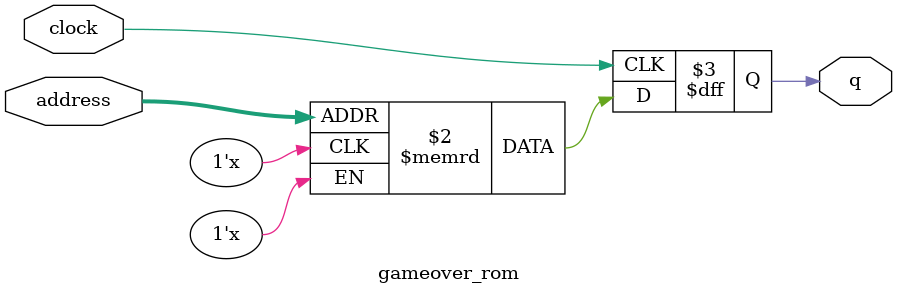
<source format=sv>
module gameover_rom (
	input logic clock,
	input logic [16:0] address,
	output logic [0:0] q
);

logic [0:0] memory [0:76799] /* synthesis ram_init_file = "./gameover/gameover.mif" */;

always_ff @ (posedge clock) begin
	q <= memory[address];
end

endmodule

</source>
